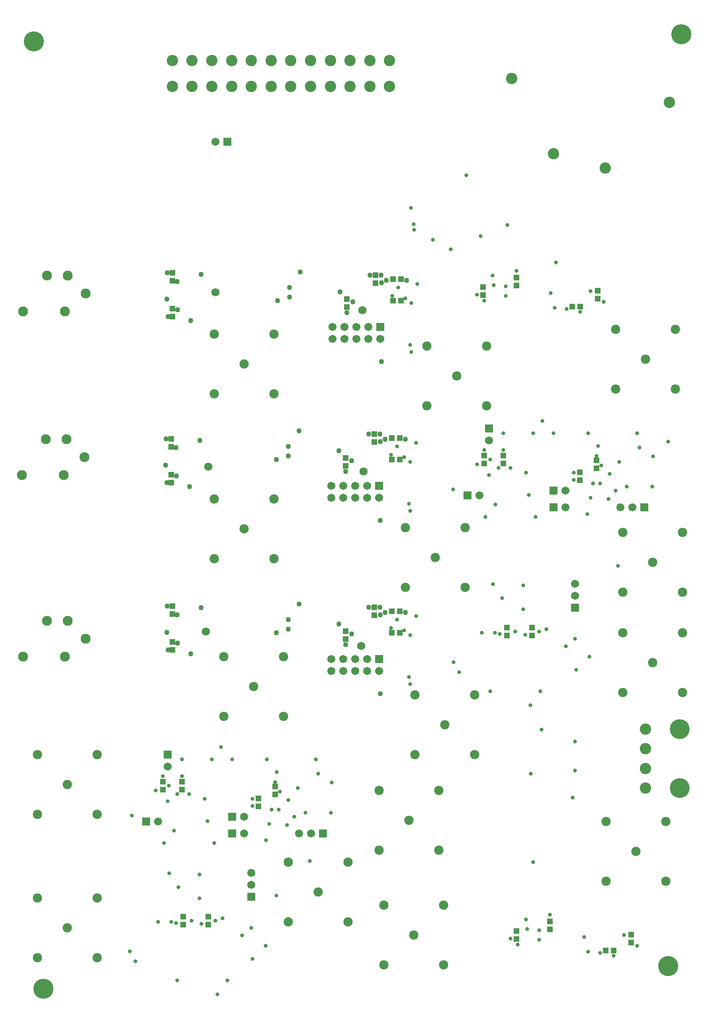
<source format=gbs>
%FSLAX24Y24*%
%MOIN*%
G70*
G01*
G75*
%ADD10C,0.0080*%
%ADD11R,0.0600X0.0150*%
%ADD12R,0.0620X0.1010*%
%ADD13R,0.0360X0.2560*%
%ADD14R,0.0620X0.0775*%
%ADD15R,0.0394X0.0433*%
%ADD16R,0.1181X0.1969*%
%ADD17R,0.1417X0.0315*%
%ADD18R,0.0630X0.1063*%
%ADD19R,0.0150X0.0409*%
%ADD20O,0.0150X0.0409*%
%ADD21R,0.1614X0.1024*%
%ADD22R,0.0630X0.0118*%
%ADD23R,0.0630X0.0118*%
%ADD24R,0.0709X0.0630*%
%ADD25R,0.0846X0.0157*%
%ADD26R,0.0846X0.0157*%
%ADD27R,0.0630X0.0709*%
%ADD28R,0.0512X0.0591*%
%ADD29R,0.0591X0.0512*%
%ADD30R,0.0551X0.0236*%
%ADD31O,0.0480X0.0169*%
%ADD32R,0.0650X0.0118*%
%ADD33R,0.0787X0.0472*%
%ADD34R,0.0866X0.0236*%
%ADD35R,0.0866X0.0236*%
%ADD36R,0.0433X0.0394*%
%ADD37R,0.0610X0.0236*%
%ADD38R,0.1024X0.1614*%
%ADD39R,0.0480X0.0169*%
%ADD40R,0.0394X0.0236*%
%ADD41R,0.1240X0.1360*%
%ADD42R,0.0315X0.1417*%
%ADD43C,0.0100*%
%ADD44C,0.0160*%
%ADD45C,0.0200*%
%ADD46C,0.0300*%
%ADD47C,0.0250*%
%ADD48C,0.0400*%
%ADD49C,0.0700*%
%ADD50C,0.1575*%
%ADD51C,0.0866*%
%ADD52C,0.0866*%
%ADD53C,0.0200*%
%ADD54R,0.0591X0.0591*%
%ADD55C,0.0591*%
%ADD56C,0.0600*%
%ADD57C,0.1600*%
%ADD58C,0.0750*%
%ADD59C,0.0250*%
%ADD60C,0.0350*%
%ADD61C,0.0039*%
%ADD62C,0.0098*%
%ADD63C,0.0079*%
%ADD64C,0.0070*%
%ADD65R,0.0079X0.0197*%
%ADD66C,0.0020*%
%ADD67R,0.0079X0.0197*%
%ADD68R,0.0197X0.0079*%
%ADD69R,0.0157X0.0197*%
%ADD70R,0.0197X0.0079*%
%ADD71R,0.0197X0.0157*%
%ADD72R,0.0157X0.0197*%
%ADD73R,0.0680X0.0230*%
%ADD74R,0.0474X0.0513*%
%ADD75R,0.1261X0.2049*%
%ADD76R,0.1497X0.0395*%
%ADD77R,0.0710X0.1143*%
%ADD78R,0.0230X0.0489*%
%ADD79O,0.0230X0.0489*%
%ADD80R,0.1694X0.1104*%
%ADD81R,0.0710X0.0198*%
%ADD82R,0.0710X0.0198*%
%ADD83R,0.0789X0.0710*%
%ADD84R,0.0926X0.0237*%
%ADD85R,0.0926X0.0237*%
%ADD86R,0.0710X0.0789*%
%ADD87R,0.0592X0.0671*%
%ADD88R,0.0671X0.0592*%
%ADD89R,0.0631X0.0316*%
%ADD90O,0.0560X0.0249*%
%ADD91R,0.0730X0.0198*%
%ADD92R,0.0867X0.0552*%
%ADD93R,0.0946X0.0316*%
%ADD94R,0.0946X0.0316*%
%ADD95R,0.0513X0.0474*%
%ADD96R,0.0690X0.0316*%
%ADD97R,0.1104X0.1694*%
%ADD98R,0.0560X0.0249*%
%ADD99R,0.0474X0.0316*%
%ADD100R,0.1320X0.1440*%
%ADD101R,0.0395X0.1497*%
%ADD102C,0.0780*%
%ADD103C,0.1655*%
%ADD104C,0.0946*%
%ADD105C,0.0946*%
%ADD106R,0.0671X0.0671*%
%ADD107C,0.0671*%
%ADD108C,0.0680*%
%ADD109C,0.1680*%
%ADD110C,0.0830*%
%ADD111C,0.0330*%
%ADD112C,0.0430*%
D74*
X72400Y37235D02*
D03*
Y36565D02*
D03*
X65600Y38335D02*
D03*
Y37665D02*
D03*
X62800Y36865D02*
D03*
Y37535D02*
D03*
X69600Y91135D02*
D03*
Y90465D02*
D03*
X60000Y90765D02*
D03*
Y91435D02*
D03*
X62800Y92235D02*
D03*
Y91565D02*
D03*
X34907Y38065D02*
D03*
Y38735D02*
D03*
X37000Y38065D02*
D03*
Y38735D02*
D03*
X64100Y62265D02*
D03*
Y62935D02*
D03*
X62007Y62265D02*
D03*
Y62935D02*
D03*
X61700Y77335D02*
D03*
Y76665D02*
D03*
X69500Y76265D02*
D03*
Y76935D02*
D03*
X60100Y77335D02*
D03*
Y76665D02*
D03*
X68100Y75935D02*
D03*
Y75265D02*
D03*
X41200Y48635D02*
D03*
Y47965D02*
D03*
X42600Y48965D02*
D03*
Y49635D02*
D03*
X33200Y50035D02*
D03*
Y49365D02*
D03*
X34800Y50035D02*
D03*
Y49365D02*
D03*
X50900Y63965D02*
D03*
Y64635D02*
D03*
X48500Y62635D02*
D03*
Y61965D02*
D03*
X50900Y78465D02*
D03*
Y79135D02*
D03*
X48500Y77135D02*
D03*
Y76465D02*
D03*
X51000Y92435D02*
D03*
X48600Y89765D02*
D03*
Y90435D02*
D03*
X51000Y91765D02*
D03*
X34000Y64735D02*
D03*
Y64065D02*
D03*
X34000Y61065D02*
D03*
Y61735D02*
D03*
X33900Y78735D02*
D03*
Y78065D02*
D03*
X33900Y75065D02*
D03*
Y75735D02*
D03*
X34000Y88965D02*
D03*
Y89635D02*
D03*
Y92635D02*
D03*
Y91965D02*
D03*
D95*
X70265Y35900D02*
D03*
X70935D02*
D03*
X67465Y89800D02*
D03*
X68135D02*
D03*
X52365Y64300D02*
D03*
X53035D02*
D03*
X52365Y62500D02*
D03*
X53035D02*
D03*
X52365Y78800D02*
D03*
X53035D02*
D03*
X52365Y77000D02*
D03*
X53035D02*
D03*
X53135Y90300D02*
D03*
X52465Y92100D02*
D03*
Y90300D02*
D03*
X53135Y92100D02*
D03*
D102*
X27700Y47300D02*
D03*
X22700D02*
D03*
Y52300D02*
D03*
X27700D02*
D03*
X25200Y49800D02*
D03*
X76700Y70900D02*
D03*
X71700D02*
D03*
Y65900D02*
D03*
X76700D02*
D03*
X74200Y68400D02*
D03*
X58500Y71300D02*
D03*
X53500D02*
D03*
Y66300D02*
D03*
X58500D02*
D03*
X56000Y68800D02*
D03*
X42500Y73700D02*
D03*
X37500D02*
D03*
Y68700D02*
D03*
X42500D02*
D03*
X40000Y71200D02*
D03*
X76700Y62500D02*
D03*
X71700D02*
D03*
Y57500D02*
D03*
X76700D02*
D03*
X74200Y60000D02*
D03*
X59300Y57300D02*
D03*
X54300D02*
D03*
Y52300D02*
D03*
X59300D02*
D03*
X56800Y54800D02*
D03*
X43300Y60500D02*
D03*
X38300D02*
D03*
Y55500D02*
D03*
X43300D02*
D03*
X40800Y58000D02*
D03*
X76100Y87900D02*
D03*
X71100D02*
D03*
Y82900D02*
D03*
X76100D02*
D03*
X73600Y85400D02*
D03*
X60300Y86500D02*
D03*
X55300D02*
D03*
Y81500D02*
D03*
X60300D02*
D03*
X57800Y84000D02*
D03*
X42500Y87500D02*
D03*
X37500D02*
D03*
Y82500D02*
D03*
X42500D02*
D03*
X40000Y85000D02*
D03*
X56300Y49300D02*
D03*
X51300D02*
D03*
Y44300D02*
D03*
X56300D02*
D03*
X53800Y46800D02*
D03*
X48700Y43300D02*
D03*
X43700D02*
D03*
Y38300D02*
D03*
X48700D02*
D03*
X46200Y40800D02*
D03*
X27700Y40300D02*
D03*
X22700D02*
D03*
Y35300D02*
D03*
X27700D02*
D03*
X25200Y37800D02*
D03*
X75300Y46700D02*
D03*
X70300D02*
D03*
Y41700D02*
D03*
X75300D02*
D03*
X72800Y44200D02*
D03*
X56700Y39700D02*
D03*
X51700D02*
D03*
Y34700D02*
D03*
X56700D02*
D03*
X54200Y37200D02*
D03*
D103*
X76474Y49493D02*
D03*
Y54454D02*
D03*
D104*
X73600Y49493D02*
D03*
Y51146D02*
D03*
Y54454D02*
D03*
Y52800D02*
D03*
X52189Y108235D02*
D03*
X50535D02*
D03*
X48882D02*
D03*
X47228D02*
D03*
X45575D02*
D03*
X43921D02*
D03*
X42268D02*
D03*
X40614D02*
D03*
X38961D02*
D03*
X37307D02*
D03*
X35654D02*
D03*
X34000D02*
D03*
X52189Y110400D02*
D03*
X50535D02*
D03*
X48882D02*
D03*
X47228D02*
D03*
X45575D02*
D03*
X43921D02*
D03*
X42268D02*
D03*
X40614D02*
D03*
X38961D02*
D03*
X37307D02*
D03*
X35654D02*
D03*
X34000D02*
D03*
D105*
X62400Y108900D02*
D03*
X65920Y102600D02*
D03*
X70240Y101400D02*
D03*
X75600Y106900D02*
D03*
D106*
X38600Y103600D02*
D03*
X51300Y74800D02*
D03*
Y60300D02*
D03*
X51400Y88100D02*
D03*
X65900Y73000D02*
D03*
Y74400D02*
D03*
X60500Y79600D02*
D03*
X58700Y74000D02*
D03*
X73500Y73000D02*
D03*
X67700Y64600D02*
D03*
X46600Y45700D02*
D03*
X40600Y40400D02*
D03*
X39000Y45700D02*
D03*
Y47100D02*
D03*
X33600Y52300D02*
D03*
X31800Y46700D02*
D03*
D107*
X37600Y103600D02*
D03*
X47300Y73800D02*
D03*
Y74800D02*
D03*
X48300Y73800D02*
D03*
Y74800D02*
D03*
X49300Y73800D02*
D03*
Y74800D02*
D03*
X50300Y73800D02*
D03*
Y74800D02*
D03*
X51300Y73800D02*
D03*
X47300Y59300D02*
D03*
Y60300D02*
D03*
X48300Y59300D02*
D03*
Y60300D02*
D03*
X49300Y59300D02*
D03*
Y60300D02*
D03*
X50300Y59300D02*
D03*
Y60300D02*
D03*
X51300Y59300D02*
D03*
X47400Y87100D02*
D03*
Y88100D02*
D03*
X48400Y87100D02*
D03*
Y88100D02*
D03*
X49400Y87100D02*
D03*
Y88100D02*
D03*
X50400Y87100D02*
D03*
Y88100D02*
D03*
X51400Y87100D02*
D03*
X66900Y73000D02*
D03*
Y74400D02*
D03*
X60500Y78600D02*
D03*
X59700Y74000D02*
D03*
X71500Y73000D02*
D03*
X72500D02*
D03*
X67700Y66600D02*
D03*
Y65600D02*
D03*
X45600Y45700D02*
D03*
X40600Y41400D02*
D03*
X40000Y45700D02*
D03*
Y47100D02*
D03*
X33600Y51300D02*
D03*
X32800Y46700D02*
D03*
X44600Y45700D02*
D03*
X40600Y42400D02*
D03*
D108*
X49800Y61400D02*
D03*
X36800Y62600D02*
D03*
X50000Y76000D02*
D03*
X37000Y76400D02*
D03*
X37600Y91000D02*
D03*
X49900Y89500D02*
D03*
D109*
X22400Y112000D02*
D03*
X23200Y32720D02*
D03*
X75520Y34600D02*
D03*
X76600Y112600D02*
D03*
D110*
X23400Y78700D02*
D03*
X21400Y75700D02*
D03*
X26650Y77200D02*
D03*
X25150Y78700D02*
D03*
X24900Y75700D02*
D03*
X23500Y63500D02*
D03*
X21500Y60500D02*
D03*
X26750Y62000D02*
D03*
X25250Y63500D02*
D03*
X25000Y60500D02*
D03*
X23500Y92400D02*
D03*
X21500Y89400D02*
D03*
X26750Y90900D02*
D03*
X25250Y92400D02*
D03*
X25000Y89400D02*
D03*
D111*
X58600Y100800D02*
D03*
X42700Y40500D02*
D03*
X30449Y35849D02*
D03*
X30900Y35000D02*
D03*
X40700Y35200D02*
D03*
X41800Y36300D02*
D03*
X38600Y33400D02*
D03*
X37760Y32240D02*
D03*
X34400Y33400D02*
D03*
X36260Y42260D02*
D03*
Y40260D02*
D03*
X34500Y41200D02*
D03*
X33740Y42360D02*
D03*
X40600Y37800D02*
D03*
X39826Y37174D02*
D03*
X33900Y38300D02*
D03*
X32800D02*
D03*
X34300Y38200D02*
D03*
X35600Y38400D02*
D03*
X38200Y38600D02*
D03*
X37600Y38400D02*
D03*
X36444Y38144D02*
D03*
X42600Y50000D02*
D03*
X33200Y50500D02*
D03*
X30600Y47200D02*
D03*
X36951Y46749D02*
D03*
X41849Y45149D02*
D03*
X46000Y51900D02*
D03*
X41900D02*
D03*
X42740Y50840D02*
D03*
X38060Y52940D02*
D03*
X39000Y51900D02*
D03*
X37300D02*
D03*
X34800D02*
D03*
X37500Y44900D02*
D03*
X34140Y45940D02*
D03*
X33300Y44900D02*
D03*
X47340Y49960D02*
D03*
X46200Y50700D02*
D03*
X47260Y47440D02*
D03*
X45140D02*
D03*
X33600Y48400D02*
D03*
X33700Y49700D02*
D03*
X32600Y49300D02*
D03*
X34807Y50493D02*
D03*
X36700Y48600D02*
D03*
X35400Y49000D02*
D03*
X34400D02*
D03*
X40700Y48600D02*
D03*
Y48000D02*
D03*
X43000Y49200D02*
D03*
X44500Y49500D02*
D03*
X44200Y47100D02*
D03*
X43700Y48500D02*
D03*
X43600Y46400D02*
D03*
X42899Y47699D02*
D03*
X42300Y47700D02*
D03*
X42100Y46500D02*
D03*
X72900Y36300D02*
D03*
X70935Y35465D02*
D03*
X68465Y37035D02*
D03*
X68800Y35800D02*
D03*
X69800Y35700D02*
D03*
X71800Y37200D02*
D03*
X64700Y36800D02*
D03*
Y37600D02*
D03*
X65600Y38900D02*
D03*
X62911Y36411D02*
D03*
X62300Y36900D02*
D03*
X63700Y37700D02*
D03*
X63596Y38496D02*
D03*
X53400Y62700D02*
D03*
X53900Y62300D02*
D03*
X53800Y58800D02*
D03*
X53900Y58200D02*
D03*
X52300Y62900D02*
D03*
X54400Y63900D02*
D03*
X52800Y63600D02*
D03*
X53400Y77200D02*
D03*
X53900Y76800D02*
D03*
X53800Y73300D02*
D03*
X53900Y72700D02*
D03*
X52300Y77400D02*
D03*
X54400Y78400D02*
D03*
X52800Y78100D02*
D03*
X68900Y60500D02*
D03*
X68749Y72449D02*
D03*
X66100Y93500D02*
D03*
X66000Y89700D02*
D03*
X75500Y78500D02*
D03*
X71300Y68100D02*
D03*
X45500Y43400D02*
D03*
X59800Y95700D02*
D03*
X62050Y96650D02*
D03*
X55802Y95402D02*
D03*
X53965Y98065D02*
D03*
X54200Y96700D02*
D03*
X54226Y96226D02*
D03*
X57300Y94600D02*
D03*
X64200Y43300D02*
D03*
X64000Y50700D02*
D03*
X64900Y54400D02*
D03*
X67710Y53410D02*
D03*
Y50990D02*
D03*
X67500Y48700D02*
D03*
X52900Y91400D02*
D03*
X54500Y91700D02*
D03*
X65665Y90935D02*
D03*
X70100Y90200D02*
D03*
X69000Y91100D02*
D03*
X67000Y89600D02*
D03*
X68135Y89365D02*
D03*
X59500Y90800D02*
D03*
X60796Y92396D02*
D03*
X60900Y91600D02*
D03*
X60111Y90311D02*
D03*
X62800Y92800D02*
D03*
X61900Y91500D02*
D03*
Y90700D02*
D03*
X65300Y62800D02*
D03*
X57549Y60049D02*
D03*
X58000Y59200D02*
D03*
X63960Y56440D02*
D03*
X64800Y57600D02*
D03*
X60600D02*
D03*
X60840Y66560D02*
D03*
X61600Y65400D02*
D03*
X63360Y66460D02*
D03*
Y64460D02*
D03*
X64700Y62600D02*
D03*
X63544Y62344D02*
D03*
X61400Y62400D02*
D03*
X62700Y62600D02*
D03*
X66926Y61374D02*
D03*
X67700Y62000D02*
D03*
X67800Y59400D02*
D03*
X59900Y62500D02*
D03*
X61000D02*
D03*
X69500Y77300D02*
D03*
X60100Y77800D02*
D03*
X59500Y76600D02*
D03*
X57500Y74500D02*
D03*
X63851Y74049D02*
D03*
X72900Y79200D02*
D03*
X69640Y78140D02*
D03*
X68800Y79200D02*
D03*
X64960Y80240D02*
D03*
X65900Y79200D02*
D03*
X64200D02*
D03*
X61700D02*
D03*
X64400Y72200D02*
D03*
X61040Y73240D02*
D03*
X60200Y72200D02*
D03*
X73100Y78000D02*
D03*
X74240Y77260D02*
D03*
X74160Y74740D02*
D03*
X72040D02*
D03*
X60500Y75700D02*
D03*
X60600Y77000D02*
D03*
X61707Y77793D02*
D03*
X63600Y75900D02*
D03*
X62300Y76300D02*
D03*
X61300D02*
D03*
X67600Y75900D02*
D03*
Y75300D02*
D03*
X69900Y76500D02*
D03*
X71400Y76800D02*
D03*
X71100Y74400D02*
D03*
X70600Y75800D02*
D03*
X70500Y73700D02*
D03*
X69799Y74999D02*
D03*
X69200Y75000D02*
D03*
X69000Y73800D02*
D03*
X54000Y86000D02*
D03*
X53900Y86600D02*
D03*
X53500Y90500D02*
D03*
X54000Y90100D02*
D03*
X52400Y90700D02*
D03*
D112*
X51365Y64635D02*
D03*
X50435D02*
D03*
X48500Y61500D02*
D03*
X51400Y57400D02*
D03*
X44600Y64900D02*
D03*
X42700Y62500D02*
D03*
X43700Y62800D02*
D03*
Y63600D02*
D03*
X53500Y64200D02*
D03*
X51800D02*
D03*
X51400Y64000D02*
D03*
X49000Y62400D02*
D03*
X47950Y63250D02*
D03*
X51365Y79135D02*
D03*
X50435D02*
D03*
X48500Y76000D02*
D03*
X51400Y71900D02*
D03*
X44600Y79400D02*
D03*
X42700Y77000D02*
D03*
X43700Y77300D02*
D03*
Y78100D02*
D03*
X53500Y78700D02*
D03*
X51800D02*
D03*
X51400Y78500D02*
D03*
X49000Y76900D02*
D03*
X47950Y77750D02*
D03*
X51465Y92435D02*
D03*
X51900Y92000D02*
D03*
X53600D02*
D03*
X51500Y85200D02*
D03*
X44700Y92700D02*
D03*
X43800Y90600D02*
D03*
X42800Y90300D02*
D03*
X43800Y91400D02*
D03*
X50535Y92435D02*
D03*
X51500Y91800D02*
D03*
X48600Y89300D02*
D03*
X49100Y90200D02*
D03*
X48050Y91050D02*
D03*
X33565Y64735D02*
D03*
X33635Y61065D02*
D03*
X36400Y64600D02*
D03*
X35551Y60751D02*
D03*
X34400Y64000D02*
D03*
X33550Y62550D02*
D03*
X34449Y61651D02*
D03*
X33465Y78735D02*
D03*
X33535Y75065D02*
D03*
X36300Y78600D02*
D03*
X35451Y74751D02*
D03*
X34300Y78000D02*
D03*
X33450Y76550D02*
D03*
X34349Y75651D02*
D03*
X36400Y92500D02*
D03*
X33565Y92635D02*
D03*
X34400Y91900D02*
D03*
X33550Y90450D02*
D03*
X35551Y88651D02*
D03*
X33635Y88965D02*
D03*
X34449Y89551D02*
D03*
M02*

</source>
